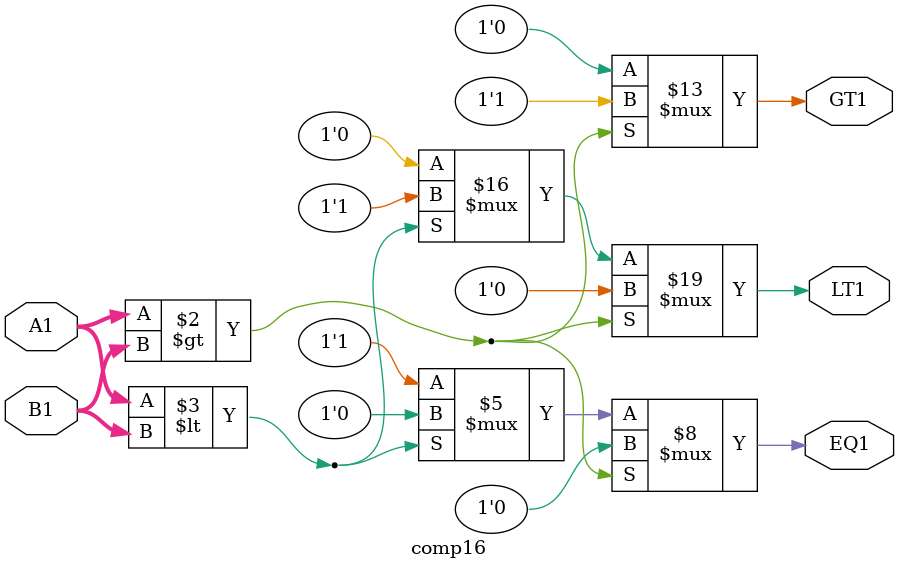
<source format=v>
	module bitonic_sorter(
		 
		input [7:0] a1,a2,a3,a4,a5,a6,
		output wire [7:0] max
		
		);
		
		wire [7:0] mxx1,mxx2,mxx3,mxx4,mx1,mx2,mx3,mx4,mx5,mx6,mx7,mx8,mx9,mx10,mx11,mx12,mx13,mx14,mx15,mx16;
		wire [7:0] mnn1,mnn2,mnn3,mnn4,mn1,mn2,mn3,mn4,mn5,mn6,mn7,mn8,mn9,mn10,mn11,mn12,mn13,mn14,mn15,mn16;
		wire [7:0] id_plus_prty0, id_plus_prty1;
		wire [7:0] a7 = 0, a8 = 0;
		
		reg [7:0] out;

		// 1st level
		BN m21(a1,a2,mnn1,mxx1);
		BN1 m22(a3,a4,mnn2,mxx2);
		BN m23(a5,a6,mnn3,mxx3);
		BN1 m24(a7,a8,mnn4,mxx4);
		
		// 2nd level
		BN m1(mnn1,mnn2,mn1,mx1);
		BN m2(mxx1,mxx2,mn2,mx2);
		BN1 m3(mnn3,mnn4,mn3,mx3);
		BN1 m4(mxx3,mxx4,mn4,mx4);
		
		// 3rd level
		BN m5(mn1,mn2,mn5,mx5);
		BN m6(mx1,mx2,mn6,mx6);
		BN1 m7(mn3,mn4,mn7,mx7);
		BN1 m8(mx3,mx4,mn8,mx8);

		// 4th level
		BN m9(mn5,mn7,mn9,mx9);
		BN m10(mx5,mx7,mn10,mx10);
		BN m11(mn6,mn8,mn11,mx11);
		BN m12(mx6,mx8,mn12,mx12);

		// 5th level
		BN m15(mx9,mx11,mn15,mx15);
		BN m16(mx10,mx12,mn16,mx16);

		// 6th level
		BN m20(mx15,mx16,id_plus_prty0,id_plus_prty1);
		
		always @(*) begin
			if((id_plus_prty1 & 8'b11110000 ) != 0) begin 
			
				out <= id_plus_prty1 & 8'b00001111;
				
			end else begin 
			
				out <= 0;
			
			end
		end
		
	
		assign max = out;
		
	endmodule

	module BN1(
		input [7:0] A,B,
		output [7:0] max,min
		);
		
		wire LT1,GT1,EQ1;
		comp16 m1(A,B,LT1,GT1,EQ1);
		mux16 mx1(A,B,LT1,max);
		mux16 mx2(B,A,LT1,min);
	endmodule

	module BN(A,B,max,min
		 );
		input [7:0] A,B;
		output [7:0] max,min;
		wire LT1,GT1,EQ1;
		comp16 m1(A,B,LT1,GT1,EQ1);
		mux16 mx1(A,B,LT1,min);
		mux16 mx2(B,A,LT1,max);
	endmodule

	module mux16(

		 input [7:0] A,B,
		 input sel,
		 output [7:0] Y
		);

		assign Y = (sel)? B : A;
	endmodule

	module comp16(
		 input [7:0] A1,B1,
		 output reg LT1,GT1,EQ1
		 );
		 
		 always @ (A1,B1) begin
			if (A1>B1) begin
				LT1 <= 0; GT1 <= 1; EQ1 <= 0;
			end
			else if (A1<B1) begin
				LT1 <= 1; GT1 <= 0; EQ1 <= 0;
			end
			else begin
				LT1 <= 0; GT1 <= 0; EQ1 <= 1;
			end
		 end
	endmodule
</source>
